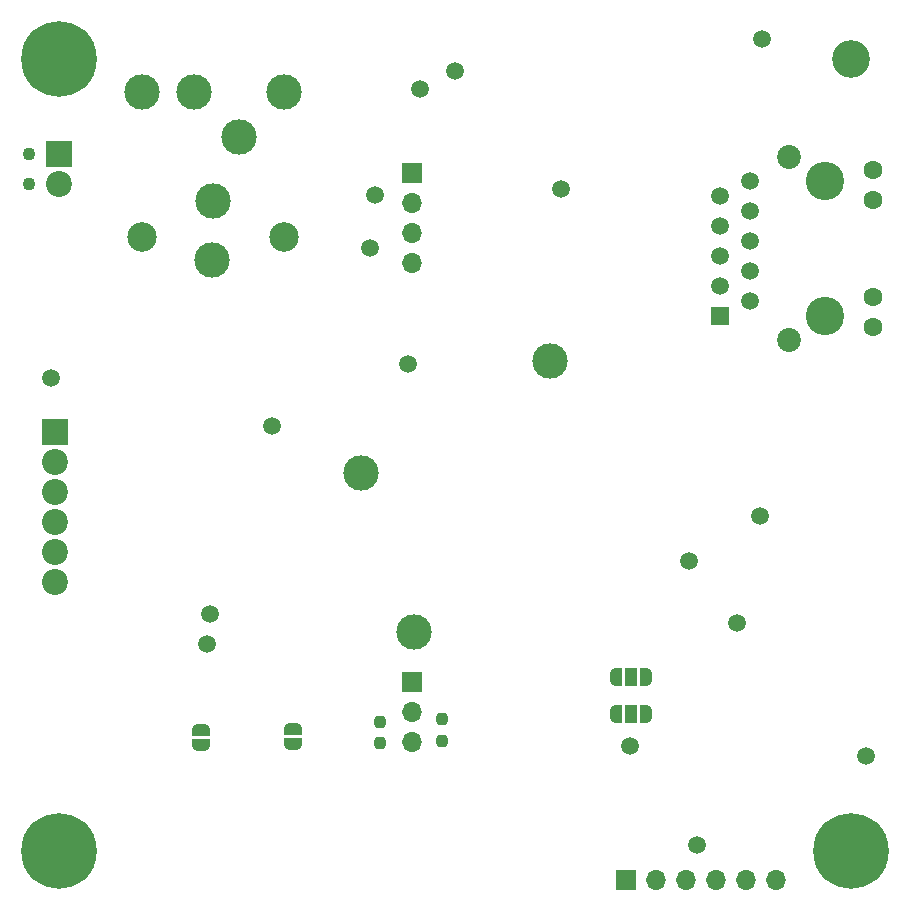
<source format=gbr>
%TF.GenerationSoftware,KiCad,Pcbnew,9.0.2*%
%TF.CreationDate,2025-06-24T15:52:54+02:00*%
%TF.ProjectId,Zamkonator,5a616d6b-6f6e-4617-946f-722e6b696361,rev?*%
%TF.SameCoordinates,Original*%
%TF.FileFunction,Soldermask,Bot*%
%TF.FilePolarity,Negative*%
%FSLAX46Y46*%
G04 Gerber Fmt 4.6, Leading zero omitted, Abs format (unit mm)*
G04 Created by KiCad (PCBNEW 9.0.2) date 2025-06-24 15:52:54*
%MOMM*%
%LPD*%
G01*
G04 APERTURE LIST*
G04 Aperture macros list*
%AMRoundRect*
0 Rectangle with rounded corners*
0 $1 Rounding radius*
0 $2 $3 $4 $5 $6 $7 $8 $9 X,Y pos of 4 corners*
0 Add a 4 corners polygon primitive as box body*
4,1,4,$2,$3,$4,$5,$6,$7,$8,$9,$2,$3,0*
0 Add four circle primitives for the rounded corners*
1,1,$1+$1,$2,$3*
1,1,$1+$1,$4,$5*
1,1,$1+$1,$6,$7*
1,1,$1+$1,$8,$9*
0 Add four rect primitives between the rounded corners*
20,1,$1+$1,$2,$3,$4,$5,0*
20,1,$1+$1,$4,$5,$6,$7,0*
20,1,$1+$1,$6,$7,$8,$9,0*
20,1,$1+$1,$8,$9,$2,$3,0*%
%AMFreePoly0*
4,1,23,0.550000,-0.750000,0.000000,-0.750000,0.000000,-0.745722,-0.065263,-0.745722,-0.191342,-0.711940,-0.304381,-0.646677,-0.396677,-0.554381,-0.461940,-0.441342,-0.495722,-0.315263,-0.495722,-0.250000,-0.500000,-0.250000,-0.500000,0.250000,-0.495722,0.250000,-0.495722,0.315263,-0.461940,0.441342,-0.396677,0.554381,-0.304381,0.646677,-0.191342,0.711940,-0.065263,0.745722,0.000000,0.745722,
0.000000,0.750000,0.550000,0.750000,0.550000,-0.750000,0.550000,-0.750000,$1*%
%AMFreePoly1*
4,1,23,0.000000,0.745722,0.065263,0.745722,0.191342,0.711940,0.304381,0.646677,0.396677,0.554381,0.461940,0.441342,0.495722,0.315263,0.495722,0.250000,0.500000,0.250000,0.500000,-0.250000,0.495722,-0.250000,0.495722,-0.315263,0.461940,-0.441342,0.396677,-0.554381,0.304381,-0.646677,0.191342,-0.711940,0.065263,-0.745722,0.000000,-0.745722,0.000000,-0.750000,-0.550000,-0.750000,
-0.550000,0.750000,0.000000,0.750000,0.000000,0.745722,0.000000,0.745722,$1*%
%AMFreePoly2*
4,1,23,0.500000,-0.750000,0.000000,-0.750000,0.000000,-0.745722,-0.065263,-0.745722,-0.191342,-0.711940,-0.304381,-0.646677,-0.396677,-0.554381,-0.461940,-0.441342,-0.495722,-0.315263,-0.495722,-0.250000,-0.500000,-0.250000,-0.500000,0.250000,-0.495722,0.250000,-0.495722,0.315263,-0.461940,0.441342,-0.396677,0.554381,-0.304381,0.646677,-0.191342,0.711940,-0.065263,0.745722,0.000000,0.745722,
0.000000,0.750000,0.500000,0.750000,0.500000,-0.750000,0.500000,-0.750000,$1*%
%AMFreePoly3*
4,1,23,0.000000,0.745722,0.065263,0.745722,0.191342,0.711940,0.304381,0.646677,0.396677,0.554381,0.461940,0.441342,0.495722,0.315263,0.495722,0.250000,0.500000,0.250000,0.500000,-0.250000,0.495722,-0.250000,0.495722,-0.315263,0.461940,-0.441342,0.396677,-0.554381,0.304381,-0.646677,0.191342,-0.711940,0.065263,-0.745722,0.000000,-0.745722,0.000000,-0.750000,-0.500000,-0.750000,
-0.500000,0.750000,0.000000,0.750000,0.000000,0.745722,0.000000,0.745722,$1*%
G04 Aperture macros list end*
%ADD10C,3.000000*%
%ADD11C,2.500000*%
%ADD12C,3.250000*%
%ADD13R,1.500000X1.500000*%
%ADD14C,1.500000*%
%ADD15C,1.600000*%
%ADD16C,2.029000*%
%ADD17C,0.800000*%
%ADD18C,6.400000*%
%ADD19R,1.700000X1.700000*%
%ADD20O,1.700000X1.700000*%
%ADD21C,1.100000*%
%ADD22R,2.200000X2.200000*%
%ADD23C,2.200000*%
%ADD24C,3.200000*%
%ADD25RoundRect,0.237500X-0.237500X0.250000X-0.237500X-0.250000X0.237500X-0.250000X0.237500X0.250000X0*%
%ADD26FreePoly0,0.000000*%
%ADD27R,1.000000X1.500000*%
%ADD28FreePoly1,0.000000*%
%ADD29RoundRect,0.237500X0.237500X-0.250000X0.237500X0.250000X-0.237500X0.250000X-0.237500X-0.250000X0*%
%ADD30FreePoly2,270.000000*%
%ADD31FreePoly3,270.000000*%
G04 APERTURE END LIST*
D10*
%TO.C,K1*%
X16950000Y-20950000D03*
D11*
X23000000Y-19000000D03*
D10*
X23000000Y-6800000D03*
X10950000Y-6750000D03*
D11*
X11000000Y-19000000D03*
%TD*%
D12*
%TO.C,RJ1*%
X68800000Y-25700000D03*
X68800000Y-14300000D03*
D13*
X59910000Y-25715000D03*
D14*
X62450000Y-24445000D03*
X59910000Y-23175000D03*
X62450000Y-21905000D03*
X59910000Y-20635000D03*
X62450000Y-19365000D03*
X59910000Y-18095000D03*
X62450000Y-16825000D03*
X59910000Y-15555000D03*
X62450000Y-14285000D03*
D15*
X72890000Y-26629000D03*
X72890000Y-24089000D03*
X72890000Y-15911000D03*
X72890000Y-13371000D03*
D16*
X65752000Y-27747000D03*
X65752000Y-12253000D03*
%TD*%
D17*
%TO.C,H3*%
X1600000Y-71000000D03*
X2302944Y-69302944D03*
X2302944Y-72697056D03*
X4000000Y-68600000D03*
D18*
X4000000Y-71000000D03*
D17*
X4000000Y-73400000D03*
X5697056Y-69302944D03*
X5697056Y-72697056D03*
X6400000Y-71000000D03*
%TD*%
D19*
%TO.C,J3*%
X52000000Y-73500000D03*
D20*
X54540000Y-73500000D03*
X57080000Y-73500000D03*
X59620000Y-73500000D03*
X62160000Y-73500000D03*
X64700000Y-73500000D03*
%TD*%
D21*
%TO.C,J_LATCH1*%
X1460000Y-12000000D03*
X1460000Y-14540000D03*
D22*
X4000000Y-12000000D03*
D23*
X4000000Y-14540000D03*
%TD*%
D17*
%TO.C,H4*%
X1600000Y-4000000D03*
X2302944Y-2302944D03*
X2302944Y-5697056D03*
X4000000Y-1600000D03*
D18*
X4000000Y-4000000D03*
D17*
X4000000Y-6400000D03*
X5697056Y-2302944D03*
X5697056Y-5697056D03*
X6400000Y-4000000D03*
%TD*%
%TO.C,H2*%
X68600000Y-71000000D03*
X69302944Y-69302944D03*
X69302944Y-72697056D03*
X71000000Y-68600000D03*
D18*
X71000000Y-71000000D03*
D17*
X71000000Y-73400000D03*
X72697056Y-69302944D03*
X72697056Y-72697056D03*
X73400000Y-71000000D03*
%TD*%
D24*
%TO.C,H1*%
X71000000Y-4000000D03*
%TD*%
D19*
%TO.C,J5*%
X33825000Y-13600000D03*
D20*
X33825000Y-16140000D03*
X33825000Y-18680000D03*
X33825000Y-21220000D03*
%TD*%
D19*
%TO.C,J6*%
X33825000Y-56700000D03*
D20*
X33825000Y-59240000D03*
X33825000Y-61780000D03*
%TD*%
D22*
%TO.C,J1*%
X3600000Y-35560000D03*
D23*
X3600000Y-38100000D03*
X3600000Y-40640000D03*
X3600000Y-43180000D03*
X3600000Y-45720000D03*
X3600000Y-48260000D03*
%TD*%
D14*
%TO.C,TP20*%
X30250000Y-20000000D03*
%TD*%
D25*
%TO.C,R34*%
X31100000Y-60087500D03*
X31100000Y-61912500D03*
%TD*%
D14*
%TO.C,TP5*%
X63270000Y-42650000D03*
%TD*%
%TO.C,TP18*%
X37500000Y-5000000D03*
%TD*%
%TO.C,TP8*%
X22000000Y-35000000D03*
%TD*%
D10*
%TO.C,TP13*%
X15400000Y-6800000D03*
%TD*%
D14*
%TO.C,TP17*%
X34500000Y-6500000D03*
%TD*%
D10*
%TO.C,TP12*%
X19200000Y-10600000D03*
%TD*%
D14*
%TO.C,TP11*%
X72250000Y-63000000D03*
%TD*%
%TO.C,TP15*%
X57300000Y-46500000D03*
%TD*%
%TO.C,TP21*%
X30750000Y-15500000D03*
%TD*%
%TO.C,TP3*%
X58000000Y-70500000D03*
%TD*%
%TO.C,TP7*%
X52300000Y-62100000D03*
%TD*%
%TO.C,TP4*%
X3250000Y-31000000D03*
%TD*%
D26*
%TO.C,JP5*%
X51100000Y-59400000D03*
D27*
X52400000Y-59400000D03*
D28*
X53700000Y-59400000D03*
%TD*%
D26*
%TO.C,JP4*%
X51100000Y-56300000D03*
D27*
X52400000Y-56300000D03*
D28*
X53700000Y-56300000D03*
%TD*%
D10*
%TO.C,TP2*%
X29500000Y-39000000D03*
%TD*%
%TO.C,TP14*%
X17000000Y-16000000D03*
%TD*%
D14*
%TO.C,TP9*%
X16500000Y-53500000D03*
%TD*%
%TO.C,TP16*%
X61400000Y-51700000D03*
%TD*%
%TO.C,TP23*%
X63500000Y-2250000D03*
%TD*%
D10*
%TO.C,TP1*%
X45500000Y-29500000D03*
%TD*%
D14*
%TO.C,TP22*%
X33500000Y-29750000D03*
%TD*%
D29*
%TO.C,R35*%
X36400000Y-61712500D03*
X36400000Y-59887500D03*
%TD*%
D30*
%TO.C,JP6*%
X16000000Y-60750000D03*
D31*
X16000000Y-62050000D03*
%TD*%
D14*
%TO.C,TP19*%
X46500000Y-15000000D03*
%TD*%
D30*
%TO.C,JP7*%
X23750000Y-60700000D03*
D31*
X23750000Y-62000000D03*
%TD*%
D14*
%TO.C,TP10*%
X16750000Y-51000000D03*
%TD*%
D10*
%TO.C,TP6*%
X34000000Y-52500000D03*
%TD*%
M02*

</source>
